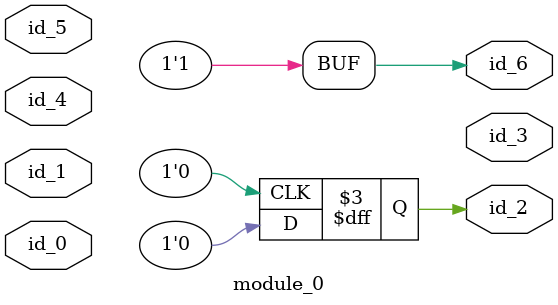
<source format=v>
module module_0 (
    input  id_0,
    input  id_1,
    output id_2,
    output id_3,
    inout  id_4,
    input  id_5,
    output id_6
);
  assign id_6 = id_1 == id_1;
  always @(posedge 1'd0) begin
    id_2 <= 1'd0;
  end
endmodule

</source>
